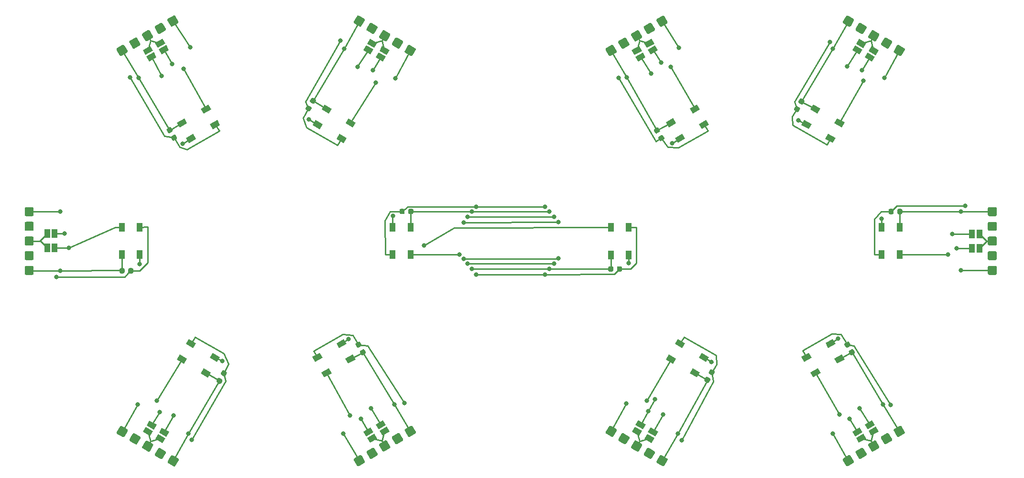
<source format=gbr>
%TF.GenerationSoftware,KiCad,Pcbnew,(5.1.9)-1*%
%TF.CreationDate,2021-06-09T00:59:48-05:00*%
%TF.ProjectId,neopixel_hexigons,6e656f70-6978-4656-9c5f-68657869676f,rev?*%
%TF.SameCoordinates,Original*%
%TF.FileFunction,Copper,L1,Top*%
%TF.FilePolarity,Positive*%
%FSLAX46Y46*%
G04 Gerber Fmt 4.6, Leading zero omitted, Abs format (unit mm)*
G04 Created by KiCad (PCBNEW (5.1.9)-1) date 2021-06-09 00:59:48*
%MOMM*%
%LPD*%
G01*
G04 APERTURE LIST*
%TA.AperFunction,SMDPad,CuDef*%
%ADD10C,0.100000*%
%TD*%
%TA.AperFunction,SMDPad,CuDef*%
%ADD11R,1.000000X1.500000*%
%TD*%
%TA.AperFunction,ViaPad*%
%ADD12C,0.800000*%
%TD*%
%TA.AperFunction,Conductor*%
%ADD13C,0.250000*%
%TD*%
G04 APERTURE END LIST*
%TA.AperFunction,SMDPad,CuDef*%
D10*
%TO.P,JP20,1*%
%TO.N,Net-(HS10-Pad1)*%
G36*
X83842859Y-132279226D02*
G01*
X82543821Y-131529226D01*
X83043821Y-130663200D01*
X84342859Y-131413200D01*
X83842859Y-132279226D01*
G37*
%TD.AperFunction*%
%TA.AperFunction,SMDPad,CuDef*%
%TO.P,JP20,2*%
%TO.N,Net-(D12-Pad2)*%
G36*
X84492859Y-131153392D02*
G01*
X83193821Y-130403392D01*
X83693821Y-129537366D01*
X84992859Y-130287366D01*
X84492859Y-131153392D01*
G37*
%TD.AperFunction*%
%TD*%
%TO.P,HP19,1*%
%TO.N,+5V*%
%TA.AperFunction,ComponentPad*%
G36*
G01*
X88872207Y-136622138D02*
X88322207Y-137574766D01*
G75*
G02*
X87980701Y-137666272I-216506J125000D01*
G01*
X87028073Y-137116272D01*
G75*
G02*
X86936567Y-136774766I125000J216506D01*
G01*
X87486567Y-135822138D01*
G75*
G02*
X87828073Y-135730632I216506J-125000D01*
G01*
X88780701Y-136280632D01*
G75*
G02*
X88872207Y-136622138I-125000J-216506D01*
G01*
G37*
%TD.AperFunction*%
%TD*%
%TA.AperFunction,SMDPad,CuDef*%
%TO.P,JP18,2*%
%TO.N,Net-(D12-Pad2)*%
G36*
X123385528Y-131633618D02*
G01*
X122086490Y-132383618D01*
X121586490Y-131517592D01*
X122885528Y-130767592D01*
X123385528Y-131633618D01*
G37*
%TD.AperFunction*%
%TA.AperFunction,SMDPad,CuDef*%
%TO.P,JP18,1*%
%TO.N,Net-(HS9-Pad1)*%
G36*
X124035528Y-132759452D02*
G01*
X122736490Y-133509452D01*
X122236490Y-132643426D01*
X123535528Y-131893426D01*
X124035528Y-132759452D01*
G37*
%TD.AperFunction*%
%TD*%
%TO.P,HG19,1*%
%TO.N,GND*%
%TA.AperFunction,ComponentPad*%
G36*
G01*
X86617510Y-135320388D02*
X86067510Y-136273016D01*
G75*
G02*
X85726004Y-136364522I-216506J125000D01*
G01*
X84773376Y-135814522D01*
G75*
G02*
X84681870Y-135473016I125000J216506D01*
G01*
X85231870Y-134520388D01*
G75*
G02*
X85573376Y-134428882I216506J-125000D01*
G01*
X86526004Y-134978882D01*
G75*
G02*
X86617510Y-135320388I-125000J-216506D01*
G01*
G37*
%TD.AperFunction*%
%TD*%
%TO.P,HG20,1*%
%TO.N,GND*%
%TA.AperFunction,ComponentPad*%
G36*
G01*
X82108116Y-132716889D02*
X81558116Y-133669517D01*
G75*
G02*
X81216610Y-133761023I-216506J125000D01*
G01*
X80263982Y-133211023D01*
G75*
G02*
X80172476Y-132869517I125000J216506D01*
G01*
X80722476Y-131916889D01*
G75*
G02*
X81063982Y-131825383I216506J-125000D01*
G01*
X82016610Y-132375383D01*
G75*
G02*
X82108116Y-132716889I-125000J-216506D01*
G01*
G37*
%TD.AperFunction*%
%TD*%
%TO.P,HP20,1*%
%TO.N,+5V*%
%TA.AperFunction,ComponentPad*%
G36*
G01*
X79853418Y-131415139D02*
X79303418Y-132367767D01*
G75*
G02*
X78961912Y-132459273I-216506J125000D01*
G01*
X78009284Y-131909273D01*
G75*
G02*
X77917778Y-131567767I125000J216506D01*
G01*
X78467778Y-130615139D01*
G75*
G02*
X78809284Y-130523633I216506J-125000D01*
G01*
X79761912Y-131073633D01*
G75*
G02*
X79853418Y-131415139I-125000J-216506D01*
G01*
G37*
%TD.AperFunction*%
%TD*%
%TO.P,HG17,1*%
%TO.N,GND*%
%TA.AperFunction,ComponentPad*%
G36*
G01*
X128056578Y-131877117D02*
X128606578Y-132829745D01*
G75*
G02*
X128515072Y-133171251I-216506J-125000D01*
G01*
X127562444Y-133721251D01*
G75*
G02*
X127220938Y-133629745I-125000J216506D01*
G01*
X126670938Y-132677117D01*
G75*
G02*
X126762444Y-132335611I216506J125000D01*
G01*
X127715072Y-131785611D01*
G75*
G02*
X128056578Y-131877117I125000J-216506D01*
G01*
G37*
%TD.AperFunction*%
%TD*%
%TO.P,HG18,1*%
%TO.N,GND*%
%TA.AperFunction,ComponentPad*%
G36*
G01*
X123547184Y-134480618D02*
X124097184Y-135433246D01*
G75*
G02*
X124005678Y-135774752I-216506J-125000D01*
G01*
X123053050Y-136324752D01*
G75*
G02*
X122711544Y-136233246I-125000J216506D01*
G01*
X122161544Y-135280618D01*
G75*
G02*
X122253050Y-134939112I216506J125000D01*
G01*
X123205678Y-134389112D01*
G75*
G02*
X123547184Y-134480618I125000J-216506D01*
G01*
G37*
%TD.AperFunction*%
%TD*%
%TO.P,HS10,1*%
%TO.N,Net-(HS10-Pad1)*%
%TA.AperFunction,ComponentPad*%
G36*
G01*
X84362813Y-134018639D02*
X83812813Y-134971267D01*
G75*
G02*
X83471307Y-135062773I-216506J125000D01*
G01*
X82518679Y-134512773D01*
G75*
G02*
X82427173Y-134171267I125000J216506D01*
G01*
X82977173Y-133218639D01*
G75*
G02*
X83318679Y-133127133I216506J-125000D01*
G01*
X84271307Y-133677133D01*
G75*
G02*
X84362813Y-134018639I-125000J-216506D01*
G01*
G37*
%TD.AperFunction*%
%TD*%
%TO.P,HP17,1*%
%TO.N,+5V*%
%TA.AperFunction,ComponentPad*%
G36*
G01*
X130311275Y-130575366D02*
X130861275Y-131527994D01*
G75*
G02*
X130769769Y-131869500I-216506J-125000D01*
G01*
X129817141Y-132419500D01*
G75*
G02*
X129475635Y-132327994I-125000J216506D01*
G01*
X128925635Y-131375366D01*
G75*
G02*
X129017141Y-131033860I216506J125000D01*
G01*
X129969769Y-130483860D01*
G75*
G02*
X130311275Y-130575366I125000J-216506D01*
G01*
G37*
%TD.AperFunction*%
%TD*%
%TO.P,HP18,1*%
%TO.N,+5V*%
%TA.AperFunction,ComponentPad*%
G36*
G01*
X121292487Y-135782368D02*
X121842487Y-136734996D01*
G75*
G02*
X121750981Y-137076502I-216506J-125000D01*
G01*
X120798353Y-137626502D01*
G75*
G02*
X120456847Y-137534996I-125000J216506D01*
G01*
X119906847Y-136582368D01*
G75*
G02*
X119998353Y-136240862I216506J125000D01*
G01*
X120950981Y-135690862D01*
G75*
G02*
X121292487Y-135782368I125000J-216506D01*
G01*
G37*
%TD.AperFunction*%
%TD*%
%TA.AperFunction,SMDPad,CuDef*%
%TO.P,JP19,1*%
%TO.N,Net-(HS10-Pad1)*%
G36*
X86042563Y-133549225D02*
G01*
X84743525Y-132799225D01*
X85243525Y-131933199D01*
X86542563Y-132683199D01*
X86042563Y-133549225D01*
G37*
%TD.AperFunction*%
%TA.AperFunction,SMDPad,CuDef*%
%TO.P,JP19,2*%
%TO.N,Net-(D1-Pad4)*%
G36*
X86692563Y-132423391D02*
G01*
X85393525Y-131673391D01*
X85893525Y-130807365D01*
X87192563Y-131557365D01*
X86692563Y-132423391D01*
G37*
%TD.AperFunction*%
%TD*%
%TO.P,HS9,1*%
%TO.N,Net-(HS9-Pad1)*%
%TA.AperFunction,ComponentPad*%
G36*
G01*
X125801881Y-133178868D02*
X126351881Y-134131496D01*
G75*
G02*
X126260375Y-134473002I-216506J-125000D01*
G01*
X125307747Y-135023002D01*
G75*
G02*
X124966241Y-134931496I-125000J216506D01*
G01*
X124416241Y-133978868D01*
G75*
G02*
X124507747Y-133637362I216506J125000D01*
G01*
X125460375Y-133087362D01*
G75*
G02*
X125801881Y-133178868I125000J-216506D01*
G01*
G37*
%TD.AperFunction*%
%TD*%
%TA.AperFunction,SMDPad,CuDef*%
%TO.P,JP17,2*%
%TO.N,Net-(D1-Pad4)*%
G36*
X125585233Y-130363620D02*
G01*
X124286195Y-131113620D01*
X123786195Y-130247594D01*
X125085233Y-129497594D01*
X125585233Y-130363620D01*
G37*
%TD.AperFunction*%
%TA.AperFunction,SMDPad,CuDef*%
%TO.P,JP17,1*%
%TO.N,Net-(HS9-Pad1)*%
G36*
X126235233Y-131489454D02*
G01*
X124936195Y-132239454D01*
X124436195Y-131373428D01*
X125735233Y-130623428D01*
X126235233Y-131489454D01*
G37*
%TD.AperFunction*%
%TD*%
%TA.AperFunction,SMDPad,CuDef*%
%TO.P,JP16,2*%
%TO.N,Net-(D12-Pad2)*%
G36*
X171087633Y-131128236D02*
G01*
X169788595Y-130378236D01*
X170288595Y-129512210D01*
X171587633Y-130262210D01*
X171087633Y-131128236D01*
G37*
%TD.AperFunction*%
%TA.AperFunction,SMDPad,CuDef*%
%TO.P,JP16,1*%
%TO.N,Net-(HS8-Pad1)*%
G36*
X170437633Y-132254070D02*
G01*
X169138595Y-131504070D01*
X169638595Y-130638044D01*
X170937633Y-131388044D01*
X170437633Y-132254070D01*
G37*
%TD.AperFunction*%
%TD*%
%TO.P,HG15,1*%
%TO.N,GND*%
%TA.AperFunction,ComponentPad*%
G36*
G01*
X173212284Y-135295233D02*
X172662284Y-136247861D01*
G75*
G02*
X172320778Y-136339367I-216506J125000D01*
G01*
X171368150Y-135789367D01*
G75*
G02*
X171276644Y-135447861I125000J216506D01*
G01*
X171826644Y-134495233D01*
G75*
G02*
X172168150Y-134403727I216506J-125000D01*
G01*
X173120778Y-134953727D01*
G75*
G02*
X173212284Y-135295233I-125000J-216506D01*
G01*
G37*
%TD.AperFunction*%
%TD*%
%TO.P,HG16,1*%
%TO.N,GND*%
%TA.AperFunction,ComponentPad*%
G36*
G01*
X168702889Y-132691733D02*
X168152889Y-133644361D01*
G75*
G02*
X167811383Y-133735867I-216506J125000D01*
G01*
X166858755Y-133185867D01*
G75*
G02*
X166767249Y-132844361I125000J216506D01*
G01*
X167317249Y-131891733D01*
G75*
G02*
X167658755Y-131800227I216506J-125000D01*
G01*
X168611383Y-132350227D01*
G75*
G02*
X168702889Y-132691733I-125000J-216506D01*
G01*
G37*
%TD.AperFunction*%
%TD*%
%TO.P,HP15,1*%
%TO.N,+5V*%
%TA.AperFunction,ComponentPad*%
G36*
G01*
X175466980Y-136596982D02*
X174916980Y-137549610D01*
G75*
G02*
X174575474Y-137641116I-216506J125000D01*
G01*
X173622846Y-137091116D01*
G75*
G02*
X173531340Y-136749610I125000J216506D01*
G01*
X174081340Y-135796982D01*
G75*
G02*
X174422846Y-135705476I216506J-125000D01*
G01*
X175375474Y-136255476D01*
G75*
G02*
X175466980Y-136596982I-125000J-216506D01*
G01*
G37*
%TD.AperFunction*%
%TD*%
%TO.P,HP16,1*%
%TO.N,+5V*%
%TA.AperFunction,ComponentPad*%
G36*
G01*
X166448192Y-131389983D02*
X165898192Y-132342611D01*
G75*
G02*
X165556686Y-132434117I-216506J125000D01*
G01*
X164604058Y-131884117D01*
G75*
G02*
X164512552Y-131542611I125000J216506D01*
G01*
X165062552Y-130589983D01*
G75*
G02*
X165404058Y-130498477I216506J-125000D01*
G01*
X166356686Y-131048477D01*
G75*
G02*
X166448192Y-131389983I-125000J-216506D01*
G01*
G37*
%TD.AperFunction*%
%TD*%
%TO.P,HS8,1*%
%TO.N,Net-(HS8-Pad1)*%
%TA.AperFunction,ComponentPad*%
G36*
G01*
X170957586Y-133993483D02*
X170407586Y-134946111D01*
G75*
G02*
X170066080Y-135037617I-216506J125000D01*
G01*
X169113452Y-134487617D01*
G75*
G02*
X169021946Y-134146111I125000J216506D01*
G01*
X169571946Y-133193483D01*
G75*
G02*
X169913452Y-133101977I216506J-125000D01*
G01*
X170866080Y-133651977D01*
G75*
G02*
X170957586Y-133993483I-125000J-216506D01*
G01*
G37*
%TD.AperFunction*%
%TD*%
%TA.AperFunction,SMDPad,CuDef*%
%TO.P,JP15,2*%
%TO.N,Net-(D1-Pad4)*%
G36*
X173287336Y-132398236D02*
G01*
X171988298Y-131648236D01*
X172488298Y-130782210D01*
X173787336Y-131532210D01*
X173287336Y-132398236D01*
G37*
%TD.AperFunction*%
%TA.AperFunction,SMDPad,CuDef*%
%TO.P,JP15,1*%
%TO.N,Net-(HS8-Pad1)*%
G36*
X172637336Y-133524070D02*
G01*
X171338298Y-132774070D01*
X171838298Y-131908044D01*
X173137336Y-132658044D01*
X172637336Y-133524070D01*
G37*
%TD.AperFunction*%
%TD*%
%TO.P,HG13,1*%
%TO.N,GND*%
%TA.AperFunction,ComponentPad*%
G36*
G01*
X214661743Y-131879056D02*
X215211743Y-132831684D01*
G75*
G02*
X215120237Y-133173190I-216506J-125000D01*
G01*
X214167609Y-133723190D01*
G75*
G02*
X213826103Y-133631684I-125000J216506D01*
G01*
X213276103Y-132679056D01*
G75*
G02*
X213367609Y-132337550I216506J125000D01*
G01*
X214320237Y-131787550D01*
G75*
G02*
X214661743Y-131879056I125000J-216506D01*
G01*
G37*
%TD.AperFunction*%
%TD*%
%TO.P,HP13,1*%
%TO.N,+5V*%
%TA.AperFunction,ComponentPad*%
G36*
G01*
X216916440Y-130577306D02*
X217466440Y-131529934D01*
G75*
G02*
X217374934Y-131871440I-216506J-125000D01*
G01*
X216422306Y-132421440D01*
G75*
G02*
X216080800Y-132329934I-125000J216506D01*
G01*
X215530800Y-131377306D01*
G75*
G02*
X215622306Y-131035800I216506J125000D01*
G01*
X216574934Y-130485800D01*
G75*
G02*
X216916440Y-130577306I125000J-216506D01*
G01*
G37*
%TD.AperFunction*%
%TD*%
%TO.P,HG14,1*%
%TO.N,GND*%
%TA.AperFunction,ComponentPad*%
G36*
G01*
X210152350Y-134482556D02*
X210702350Y-135435184D01*
G75*
G02*
X210610844Y-135776690I-216506J-125000D01*
G01*
X209658216Y-136326690D01*
G75*
G02*
X209316710Y-136235184I-125000J216506D01*
G01*
X208766710Y-135282556D01*
G75*
G02*
X208858216Y-134941050I216506J125000D01*
G01*
X209810844Y-134391050D01*
G75*
G02*
X210152350Y-134482556I125000J-216506D01*
G01*
G37*
%TD.AperFunction*%
%TD*%
%TO.P,HP14,1*%
%TO.N,+5V*%
%TA.AperFunction,ComponentPad*%
G36*
G01*
X207897652Y-135784307D02*
X208447652Y-136736935D01*
G75*
G02*
X208356146Y-137078441I-216506J-125000D01*
G01*
X207403518Y-137628441D01*
G75*
G02*
X207062012Y-137536935I-125000J216506D01*
G01*
X206512012Y-136584307D01*
G75*
G02*
X206603518Y-136242801I216506J125000D01*
G01*
X207556146Y-135692801D01*
G75*
G02*
X207897652Y-135784307I125000J-216506D01*
G01*
G37*
%TD.AperFunction*%
%TD*%
%TA.AperFunction,SMDPad,CuDef*%
%TO.P,JP14,1*%
%TO.N,Net-(HS7-Pad1)*%
G36*
X210640694Y-132761394D02*
G01*
X209341656Y-133511394D01*
X208841656Y-132645368D01*
X210140694Y-131895368D01*
X210640694Y-132761394D01*
G37*
%TD.AperFunction*%
%TA.AperFunction,SMDPad,CuDef*%
%TO.P,JP14,2*%
%TO.N,Net-(D12-Pad2)*%
G36*
X209990694Y-131635560D02*
G01*
X208691656Y-132385560D01*
X208191656Y-131519534D01*
X209490694Y-130769534D01*
X209990694Y-131635560D01*
G37*
%TD.AperFunction*%
%TD*%
%TO.P,HS7,1*%
%TO.N,Net-(HS7-Pad1)*%
%TA.AperFunction,ComponentPad*%
G36*
G01*
X212407047Y-133180807D02*
X212957047Y-134133435D01*
G75*
G02*
X212865541Y-134474941I-216506J-125000D01*
G01*
X211912913Y-135024941D01*
G75*
G02*
X211571407Y-134933435I-125000J216506D01*
G01*
X211021407Y-133980807D01*
G75*
G02*
X211112913Y-133639301I216506J125000D01*
G01*
X212065541Y-133089301D01*
G75*
G02*
X212407047Y-133180807I125000J-216506D01*
G01*
G37*
%TD.AperFunction*%
%TD*%
%TA.AperFunction,SMDPad,CuDef*%
%TO.P,JP13,1*%
%TO.N,Net-(HS7-Pad1)*%
G36*
X212840397Y-131491394D02*
G01*
X211541359Y-132241394D01*
X211041359Y-131375368D01*
X212340397Y-130625368D01*
X212840397Y-131491394D01*
G37*
%TD.AperFunction*%
%TA.AperFunction,SMDPad,CuDef*%
%TO.P,JP13,2*%
%TO.N,Net-(D1-Pad4)*%
G36*
X212190397Y-130365560D02*
G01*
X210891359Y-131115560D01*
X210391359Y-130249534D01*
X211690397Y-129499534D01*
X212190397Y-130365560D01*
G37*
%TD.AperFunction*%
%TD*%
%TO.P,C7,2*%
%TO.N,GND*%
%TA.AperFunction,SMDPad,CuDef*%
G36*
G01*
X166504500Y-102916800D02*
X166504500Y-102416800D01*
G75*
G02*
X166729500Y-102191800I225000J0D01*
G01*
X167179500Y-102191800D01*
G75*
G02*
X167404500Y-102416800I0J-225000D01*
G01*
X167404500Y-102916800D01*
G75*
G02*
X167179500Y-103141800I-225000J0D01*
G01*
X166729500Y-103141800D01*
G75*
G02*
X166504500Y-102916800I0J225000D01*
G01*
G37*
%TD.AperFunction*%
%TO.P,C7,1*%
%TO.N,+5V*%
%TA.AperFunction,SMDPad,CuDef*%
G36*
G01*
X164954500Y-102916800D02*
X164954500Y-102416800D01*
G75*
G02*
X165179500Y-102191800I225000J0D01*
G01*
X165629500Y-102191800D01*
G75*
G02*
X165854500Y-102416800I0J-225000D01*
G01*
X165854500Y-102916800D01*
G75*
G02*
X165629500Y-103141800I-225000J0D01*
G01*
X165179500Y-103141800D01*
G75*
G02*
X164954500Y-102916800I0J225000D01*
G01*
G37*
%TD.AperFunction*%
%TD*%
%TO.P,HS4,1*%
%TO.N,Net-(HS4-Pad1)*%
%TA.AperFunction,ComponentPad*%
G36*
G01*
X169558981Y-62205657D02*
X169008981Y-61253029D01*
G75*
G02*
X169100487Y-60911523I216506J125000D01*
G01*
X170053115Y-60361523D01*
G75*
G02*
X170394621Y-60453029I125000J-216506D01*
G01*
X170944621Y-61405657D01*
G75*
G02*
X170853115Y-61747163I-216506J-125000D01*
G01*
X169900487Y-62297163D01*
G75*
G02*
X169558981Y-62205657I-125000J216506D01*
G01*
G37*
%TD.AperFunction*%
%TD*%
%TA.AperFunction,SMDPad,CuDef*%
%TO.P,JP8,1*%
%TO.N,Net-(HS4-Pad1)*%
G36*
X171325334Y-62625070D02*
G01*
X172624372Y-61875070D01*
X173124372Y-62741096D01*
X171825334Y-63491096D01*
X171325334Y-62625070D01*
G37*
%TD.AperFunction*%
%TA.AperFunction,SMDPad,CuDef*%
%TO.P,JP8,2*%
%TO.N,Net-(D12-Pad2)*%
G36*
X171975334Y-63750904D02*
G01*
X173274372Y-63000904D01*
X173774372Y-63866930D01*
X172475334Y-64616930D01*
X171975334Y-63750904D01*
G37*
%TD.AperFunction*%
%TD*%
%TA.AperFunction,SMDPad,CuDef*%
%TO.P,JP7,1*%
%TO.N,Net-(HS4-Pad1)*%
G36*
X169125629Y-63895070D02*
G01*
X170424667Y-63145070D01*
X170924667Y-64011096D01*
X169625629Y-64761096D01*
X169125629Y-63895070D01*
G37*
%TD.AperFunction*%
%TA.AperFunction,SMDPad,CuDef*%
%TO.P,JP7,2*%
%TO.N,Net-(D1-Pad4)*%
G36*
X169775629Y-65020904D02*
G01*
X171074667Y-64270904D01*
X171574667Y-65136930D01*
X170275629Y-65886930D01*
X169775629Y-65020904D01*
G37*
%TD.AperFunction*%
%TD*%
%TO.P,HP7,1*%
%TO.N,+5V*%
%TA.AperFunction,ComponentPad*%
G36*
G01*
X165049586Y-64809157D02*
X164499586Y-63856529D01*
G75*
G02*
X164591092Y-63515023I216506J125000D01*
G01*
X165543720Y-62965023D01*
G75*
G02*
X165885226Y-63056529I125000J-216506D01*
G01*
X166435226Y-64009157D01*
G75*
G02*
X166343720Y-64350663I-216506J-125000D01*
G01*
X165391092Y-64900663D01*
G75*
G02*
X165049586Y-64809157I-125000J216506D01*
G01*
G37*
%TD.AperFunction*%
%TD*%
%TO.P,HG7,1*%
%TO.N,GND*%
%TA.AperFunction,ComponentPad*%
G36*
G01*
X167304283Y-63507407D02*
X166754283Y-62554779D01*
G75*
G02*
X166845789Y-62213273I216506J125000D01*
G01*
X167798417Y-61663273D01*
G75*
G02*
X168139923Y-61754779I125000J-216506D01*
G01*
X168689923Y-62707407D01*
G75*
G02*
X168598417Y-63048913I-216506J-125000D01*
G01*
X167645789Y-63598913D01*
G75*
G02*
X167304283Y-63507407I-125000J216506D01*
G01*
G37*
%TD.AperFunction*%
%TD*%
%TO.P,HP8,1*%
%TO.N,+5V*%
%TA.AperFunction,ComponentPad*%
G36*
G01*
X174068375Y-59602157D02*
X173518375Y-58649529D01*
G75*
G02*
X173609881Y-58308023I216506J125000D01*
G01*
X174562509Y-57758023D01*
G75*
G02*
X174904015Y-57849529I125000J-216506D01*
G01*
X175454015Y-58802157D01*
G75*
G02*
X175362509Y-59143663I-216506J-125000D01*
G01*
X174409881Y-59693663D01*
G75*
G02*
X174068375Y-59602157I-125000J216506D01*
G01*
G37*
%TD.AperFunction*%
%TD*%
%TO.P,HG8,1*%
%TO.N,GND*%
%TA.AperFunction,ComponentPad*%
G36*
G01*
X171813678Y-60903907D02*
X171263678Y-59951279D01*
G75*
G02*
X171355184Y-59609773I216506J125000D01*
G01*
X172307812Y-59059773D01*
G75*
G02*
X172649318Y-59151279I125000J-216506D01*
G01*
X173199318Y-60103907D01*
G75*
G02*
X173107812Y-60445413I-216506J-125000D01*
G01*
X172155184Y-60995413D01*
G75*
G02*
X171813678Y-60903907I-125000J216506D01*
G01*
G37*
%TD.AperFunction*%
%TD*%
%TA.AperFunction,SMDPad,CuDef*%
%TO.P,D12,1*%
%TO.N,+5V*%
G36*
X181219751Y-121044390D02*
G01*
X180719751Y-121910416D01*
X179420713Y-121160416D01*
X179920713Y-120294390D01*
X181219751Y-121044390D01*
G37*
%TD.AperFunction*%
%TA.AperFunction,SMDPad,CuDef*%
%TO.P,D12,2*%
%TO.N,Net-(D12-Pad2)*%
G36*
X182819751Y-118273108D02*
G01*
X182319751Y-119139134D01*
X181020713Y-118389134D01*
X181520713Y-117523108D01*
X182819751Y-118273108D01*
G37*
%TD.AperFunction*%
%TA.AperFunction,SMDPad,CuDef*%
%TO.P,D12,4*%
%TO.N,Net-(D11-Pad2)*%
G36*
X176976227Y-118594390D02*
G01*
X176476227Y-119460416D01*
X175177189Y-118710416D01*
X175677189Y-117844390D01*
X176976227Y-118594390D01*
G37*
%TD.AperFunction*%
%TA.AperFunction,SMDPad,CuDef*%
%TO.P,D12,3*%
%TO.N,GND*%
G36*
X178576227Y-115823108D02*
G01*
X178076227Y-116689134D01*
X176777189Y-115939134D01*
X177277189Y-115073108D01*
X178576227Y-115823108D01*
G37*
%TD.AperFunction*%
%TD*%
%TA.AperFunction,SMDPad,CuDef*%
%TO.P,D11,1*%
%TO.N,+5V*%
G36*
X206319551Y-117833518D02*
G01*
X206819551Y-118699544D01*
X205520513Y-119449544D01*
X205020513Y-118583518D01*
X206319551Y-117833518D01*
G37*
%TD.AperFunction*%
%TA.AperFunction,SMDPad,CuDef*%
%TO.P,D11,2*%
%TO.N,Net-(D11-Pad2)*%
G36*
X204719551Y-115062236D02*
G01*
X205219551Y-115928262D01*
X203920513Y-116678262D01*
X203420513Y-115812236D01*
X204719551Y-115062236D01*
G37*
%TD.AperFunction*%
%TA.AperFunction,SMDPad,CuDef*%
%TO.P,D11,4*%
%TO.N,Net-(D10-Pad2)*%
G36*
X202076027Y-120283518D02*
G01*
X202576027Y-121149544D01*
X201276989Y-121899544D01*
X200776989Y-121033518D01*
X202076027Y-120283518D01*
G37*
%TD.AperFunction*%
%TA.AperFunction,SMDPad,CuDef*%
%TO.P,D11,3*%
%TO.N,GND*%
G36*
X200476027Y-117512236D02*
G01*
X200976027Y-118378262D01*
X199676989Y-119128262D01*
X199176989Y-118262236D01*
X200476027Y-117512236D01*
G37*
%TD.AperFunction*%
%TD*%
D11*
%TO.P,D10,1*%
%TO.N,+5V*%
X216597511Y-95245841D03*
%TO.P,D10,2*%
%TO.N,Net-(D10-Pad2)*%
X213397511Y-95245841D03*
%TO.P,D10,4*%
%TO.N,Net-(D10-Pad4)*%
X216597511Y-100145841D03*
%TO.P,D10,3*%
%TO.N,GND*%
X213397511Y-100145841D03*
%TD*%
%TA.AperFunction,SMDPad,CuDef*%
D10*
%TO.P,D9,1*%
%TO.N,+5V*%
G36*
X200762411Y-74359624D02*
G01*
X201262411Y-73493598D01*
X202561449Y-74243598D01*
X202061449Y-75109624D01*
X200762411Y-74359624D01*
G37*
%TD.AperFunction*%
%TA.AperFunction,SMDPad,CuDef*%
%TO.P,D9,2*%
%TO.N,Net-(D10-Pad4)*%
G36*
X199162411Y-77130906D02*
G01*
X199662411Y-76264880D01*
X200961449Y-77014880D01*
X200461449Y-77880906D01*
X199162411Y-77130906D01*
G37*
%TD.AperFunction*%
%TA.AperFunction,SMDPad,CuDef*%
%TO.P,D9,4*%
%TO.N,Net-(D8-Pad2)*%
G36*
X205005935Y-76809624D02*
G01*
X205505935Y-75943598D01*
X206804973Y-76693598D01*
X206304973Y-77559624D01*
X205005935Y-76809624D01*
G37*
%TD.AperFunction*%
%TA.AperFunction,SMDPad,CuDef*%
%TO.P,D9,3*%
%TO.N,GND*%
G36*
X203405935Y-79580906D02*
G01*
X203905935Y-78714880D01*
X205204973Y-79464880D01*
X204704973Y-80330906D01*
X203405935Y-79580906D01*
G37*
%TD.AperFunction*%
%TD*%
%TA.AperFunction,SMDPad,CuDef*%
%TO.P,D8,1*%
%TO.N,+5V*%
G36*
X175674426Y-77550562D02*
G01*
X175174426Y-76684536D01*
X176473464Y-75934536D01*
X176973464Y-76800562D01*
X175674426Y-77550562D01*
G37*
%TD.AperFunction*%
%TA.AperFunction,SMDPad,CuDef*%
%TO.P,D8,2*%
%TO.N,Net-(D8-Pad2)*%
G36*
X177274426Y-80321844D02*
G01*
X176774426Y-79455818D01*
X178073464Y-78705818D01*
X178573464Y-79571844D01*
X177274426Y-80321844D01*
G37*
%TD.AperFunction*%
%TA.AperFunction,SMDPad,CuDef*%
%TO.P,D8,4*%
%TO.N,Net-(D7-Pad2)*%
G36*
X179917950Y-75100562D02*
G01*
X179417950Y-74234536D01*
X180716988Y-73484536D01*
X181216988Y-74350562D01*
X179917950Y-75100562D01*
G37*
%TD.AperFunction*%
%TA.AperFunction,SMDPad,CuDef*%
%TO.P,D8,3*%
%TO.N,GND*%
G36*
X181517950Y-77871844D02*
G01*
X181017950Y-77005818D01*
X182316988Y-76255818D01*
X182816988Y-77121844D01*
X181517950Y-77871844D01*
G37*
%TD.AperFunction*%
%TD*%
D11*
%TO.P,D7,1*%
%TO.N,+5V*%
X165417920Y-100182401D03*
%TO.P,D7,2*%
%TO.N,Net-(D7-Pad2)*%
X168617920Y-100182401D03*
%TO.P,D7,4*%
%TO.N,Net-(D6-Pad2)*%
X165417920Y-95282401D03*
%TO.P,D7,3*%
%TO.N,GND*%
X168617920Y-95282401D03*
%TD*%
%TO.P,C12,2*%
%TO.N,GND*%
%TA.AperFunction,SMDPad,CuDef*%
G36*
G01*
X207762506Y-116344642D02*
X207329494Y-116594642D01*
G75*
G02*
X207022138Y-116512286I-112500J194856D01*
G01*
X206797138Y-116122574D01*
G75*
G02*
X206879494Y-115815218I194856J112500D01*
G01*
X207312506Y-115565218D01*
G75*
G02*
X207619862Y-115647574I112500J-194856D01*
G01*
X207844862Y-116037286D01*
G75*
G02*
X207762506Y-116344642I-194856J-112500D01*
G01*
G37*
%TD.AperFunction*%
%TO.P,C12,1*%
%TO.N,+5V*%
%TA.AperFunction,SMDPad,CuDef*%
G36*
G01*
X208537506Y-117686982D02*
X208104494Y-117936982D01*
G75*
G02*
X207797138Y-117854626I-112500J194856D01*
G01*
X207572138Y-117464914D01*
G75*
G02*
X207654494Y-117157558I194856J112500D01*
G01*
X208087506Y-116907558D01*
G75*
G02*
X208394862Y-116989914I112500J-194856D01*
G01*
X208619862Y-117379626D01*
G75*
G02*
X208537506Y-117686982I-194856J-112500D01*
G01*
G37*
%TD.AperFunction*%
%TD*%
%TO.P,C11,2*%
%TO.N,GND*%
%TA.AperFunction,SMDPad,CuDef*%
G36*
G01*
X183284406Y-121509542D02*
X182851394Y-121259542D01*
G75*
G02*
X182769038Y-120952186I112500J194856D01*
G01*
X182994038Y-120562474D01*
G75*
G02*
X183301394Y-120480118I194856J-112500D01*
G01*
X183734406Y-120730118D01*
G75*
G02*
X183816762Y-121037474I-112500J-194856D01*
G01*
X183591762Y-121427186D01*
G75*
G02*
X183284406Y-121509542I-194856J112500D01*
G01*
G37*
%TD.AperFunction*%
%TO.P,C11,1*%
%TO.N,+5V*%
%TA.AperFunction,SMDPad,CuDef*%
G36*
G01*
X182509406Y-122851882D02*
X182076394Y-122601882D01*
G75*
G02*
X181994038Y-122294526I112500J194856D01*
G01*
X182219038Y-121904814D01*
G75*
G02*
X182526394Y-121822458I194856J-112500D01*
G01*
X182959406Y-122072458D01*
G75*
G02*
X183041762Y-122379814I-112500J-194856D01*
G01*
X182816762Y-122769526D01*
G75*
G02*
X182509406Y-122851882I-194856J112500D01*
G01*
G37*
%TD.AperFunction*%
%TD*%
%TO.P,C10,2*%
%TO.N,GND*%
%TA.AperFunction,SMDPad,CuDef*%
G36*
G01*
X215498800Y-92244100D02*
X215498800Y-92744100D01*
G75*
G02*
X215273800Y-92969100I-225000J0D01*
G01*
X214823800Y-92969100D01*
G75*
G02*
X214598800Y-92744100I0J225000D01*
G01*
X214598800Y-92244100D01*
G75*
G02*
X214823800Y-92019100I225000J0D01*
G01*
X215273800Y-92019100D01*
G75*
G02*
X215498800Y-92244100I0J-225000D01*
G01*
G37*
%TD.AperFunction*%
%TO.P,C10,1*%
%TO.N,+5V*%
%TA.AperFunction,SMDPad,CuDef*%
G36*
G01*
X217048800Y-92244100D02*
X217048800Y-92744100D01*
G75*
G02*
X216823800Y-92969100I-225000J0D01*
G01*
X216373800Y-92969100D01*
G75*
G02*
X216148800Y-92744100I0J225000D01*
G01*
X216148800Y-92244100D01*
G75*
G02*
X216373800Y-92019100I225000J0D01*
G01*
X216823800Y-92019100D01*
G75*
G02*
X217048800Y-92244100I0J-225000D01*
G01*
G37*
%TD.AperFunction*%
%TD*%
%TO.P,C9,2*%
%TO.N,GND*%
%TA.AperFunction,SMDPad,CuDef*%
G36*
G01*
X198401394Y-73803758D02*
X198834406Y-74053758D01*
G75*
G02*
X198916762Y-74361114I-112500J-194856D01*
G01*
X198691762Y-74750826D01*
G75*
G02*
X198384406Y-74833182I-194856J112500D01*
G01*
X197951394Y-74583182D01*
G75*
G02*
X197869038Y-74275826I112500J194856D01*
G01*
X198094038Y-73886114D01*
G75*
G02*
X198401394Y-73803758I194856J-112500D01*
G01*
G37*
%TD.AperFunction*%
%TO.P,C9,1*%
%TO.N,+5V*%
%TA.AperFunction,SMDPad,CuDef*%
G36*
G01*
X199176394Y-72461418D02*
X199609406Y-72711418D01*
G75*
G02*
X199691762Y-73018774I-112500J-194856D01*
G01*
X199466762Y-73408486D01*
G75*
G02*
X199159406Y-73490842I-194856J112500D01*
G01*
X198726394Y-73240842D01*
G75*
G02*
X198644038Y-72933486I112500J194856D01*
G01*
X198869038Y-72543774D01*
G75*
G02*
X199176394Y-72461418I194856J-112500D01*
G01*
G37*
%TD.AperFunction*%
%TD*%
%TO.P,C8,2*%
%TO.N,GND*%
%TA.AperFunction,SMDPad,CuDef*%
G36*
G01*
X173923294Y-79209958D02*
X174356306Y-78959958D01*
G75*
G02*
X174663662Y-79042314I112500J-194856D01*
G01*
X174888662Y-79432026D01*
G75*
G02*
X174806306Y-79739382I-194856J-112500D01*
G01*
X174373294Y-79989382D01*
G75*
G02*
X174065938Y-79907026I-112500J194856D01*
G01*
X173840938Y-79517314D01*
G75*
G02*
X173923294Y-79209958I194856J112500D01*
G01*
G37*
%TD.AperFunction*%
%TO.P,C8,1*%
%TO.N,+5V*%
%TA.AperFunction,SMDPad,CuDef*%
G36*
G01*
X173148294Y-77867618D02*
X173581306Y-77617618D01*
G75*
G02*
X173888662Y-77699974I112500J-194856D01*
G01*
X174113662Y-78089686D01*
G75*
G02*
X174031306Y-78397042I-194856J-112500D01*
G01*
X173598294Y-78647042D01*
G75*
G02*
X173290938Y-78564686I-112500J194856D01*
G01*
X173065938Y-78174974D01*
G75*
G02*
X173148294Y-77867618I194856J112500D01*
G01*
G37*
%TD.AperFunction*%
%TD*%
%TO.P,HS6,1*%
%TO.N,Net-(HS6-Pad1)*%
%TA.AperFunction,ComponentPad*%
G36*
G01*
X232426348Y-96916646D02*
X233526348Y-96916646D01*
G75*
G02*
X233776348Y-97166646I0J-250000D01*
G01*
X233776348Y-98266646D01*
G75*
G02*
X233526348Y-98516646I-250000J0D01*
G01*
X232426348Y-98516646D01*
G75*
G02*
X232176348Y-98266646I0J250000D01*
G01*
X232176348Y-97166646D01*
G75*
G02*
X232426348Y-96916646I250000J0D01*
G01*
G37*
%TD.AperFunction*%
%TD*%
%TO.P,JP12,2*%
%TO.N,Net-(D12-Pad2)*%
X229379948Y-98986646D03*
%TO.P,JP12,1*%
%TO.N,Net-(HS6-Pad1)*%
X230679948Y-98986646D03*
%TD*%
%TO.P,JP11,2*%
%TO.N,Net-(D1-Pad4)*%
X229379948Y-96446647D03*
%TO.P,JP11,1*%
%TO.N,Net-(HS6-Pad1)*%
X230679948Y-96446647D03*
%TD*%
%TO.P,HS5,1*%
%TO.N,Net-(HS5-Pad1)*%
%TA.AperFunction,ComponentPad*%
G36*
G01*
X211030174Y-61407432D02*
X211580174Y-60454804D01*
G75*
G02*
X211921680Y-60363298I216506J-125000D01*
G01*
X212874308Y-60913298D01*
G75*
G02*
X212965814Y-61254804I-125000J-216506D01*
G01*
X212415814Y-62207432D01*
G75*
G02*
X212074308Y-62298938I-216506J125000D01*
G01*
X211121680Y-61748938D01*
G75*
G02*
X211030174Y-61407432I125000J216506D01*
G01*
G37*
%TD.AperFunction*%
%TD*%
%TA.AperFunction,SMDPad,CuDef*%
D10*
%TO.P,JP10,2*%
%TO.N,Net-(D12-Pad2)*%
G36*
X210900127Y-64272680D02*
G01*
X212199165Y-65022680D01*
X211699165Y-65888706D01*
X210400127Y-65138706D01*
X210900127Y-64272680D01*
G37*
%TD.AperFunction*%
%TA.AperFunction,SMDPad,CuDef*%
%TO.P,JP10,1*%
%TO.N,Net-(HS5-Pad1)*%
G36*
X211550127Y-63146846D02*
G01*
X212849165Y-63896846D01*
X212349165Y-64762872D01*
X211050127Y-64012872D01*
X211550127Y-63146846D01*
G37*
%TD.AperFunction*%
%TD*%
%TA.AperFunction,SMDPad,CuDef*%
%TO.P,JP9,2*%
%TO.N,Net-(D1-Pad4)*%
G36*
X208700423Y-63002680D02*
G01*
X209999461Y-63752680D01*
X209499461Y-64618706D01*
X208200423Y-63868706D01*
X208700423Y-63002680D01*
G37*
%TD.AperFunction*%
%TA.AperFunction,SMDPad,CuDef*%
%TO.P,JP9,1*%
%TO.N,Net-(HS5-Pad1)*%
G36*
X209350423Y-61876846D02*
G01*
X210649461Y-62626846D01*
X210149461Y-63492872D01*
X208850423Y-62742872D01*
X209350423Y-61876846D01*
G37*
%TD.AperFunction*%
%TD*%
%TO.P,HS3,1*%
%TO.N,Net-(HS3-Pad1)*%
%TA.AperFunction,ComponentPad*%
G36*
G01*
X124409962Y-61398112D02*
X124959962Y-60445484D01*
G75*
G02*
X125301468Y-60353978I216506J-125000D01*
G01*
X126254096Y-60903978D01*
G75*
G02*
X126345602Y-61245484I-125000J-216506D01*
G01*
X125795602Y-62198112D01*
G75*
G02*
X125454096Y-62289618I-216506J125000D01*
G01*
X124501468Y-61739618D01*
G75*
G02*
X124409962Y-61398112I125000J216506D01*
G01*
G37*
%TD.AperFunction*%
%TD*%
%TA.AperFunction,SMDPad,CuDef*%
%TO.P,JP6,2*%
%TO.N,Net-(D12-Pad2)*%
G36*
X124279915Y-64263359D02*
G01*
X125578953Y-65013359D01*
X125078953Y-65879385D01*
X123779915Y-65129385D01*
X124279915Y-64263359D01*
G37*
%TD.AperFunction*%
%TA.AperFunction,SMDPad,CuDef*%
%TO.P,JP6,1*%
%TO.N,Net-(HS3-Pad1)*%
G36*
X124929915Y-63137525D02*
G01*
X126228953Y-63887525D01*
X125728953Y-64753551D01*
X124429915Y-64003551D01*
X124929915Y-63137525D01*
G37*
%TD.AperFunction*%
%TD*%
%TA.AperFunction,SMDPad,CuDef*%
%TO.P,JP5,2*%
%TO.N,Net-(D1-Pad4)*%
G36*
X122080211Y-62993359D02*
G01*
X123379249Y-63743359D01*
X122879249Y-64609385D01*
X121580211Y-63859385D01*
X122080211Y-62993359D01*
G37*
%TD.AperFunction*%
%TA.AperFunction,SMDPad,CuDef*%
%TO.P,JP5,1*%
%TO.N,Net-(HS3-Pad1)*%
G36*
X122730211Y-61867525D02*
G01*
X124029249Y-62617525D01*
X123529249Y-63483551D01*
X122230211Y-62733551D01*
X122730211Y-61867525D01*
G37*
%TD.AperFunction*%
%TD*%
%TO.P,HS2,1*%
%TO.N,Net-(HS2-Pad1)*%
%TA.AperFunction,ComponentPad*%
G36*
G01*
X82946646Y-62185412D02*
X82396646Y-61232784D01*
G75*
G02*
X82488152Y-60891278I216506J125000D01*
G01*
X83440780Y-60341278D01*
G75*
G02*
X83782286Y-60432784I125000J-216506D01*
G01*
X84332286Y-61385412D01*
G75*
G02*
X84240780Y-61726918I-216506J-125000D01*
G01*
X83288152Y-62276918D01*
G75*
G02*
X82946646Y-62185412I-125000J216506D01*
G01*
G37*
%TD.AperFunction*%
%TD*%
%TA.AperFunction,SMDPad,CuDef*%
%TO.P,JP4,2*%
%TO.N,Net-(D12-Pad2)*%
G36*
X85362999Y-63730659D02*
G01*
X86662037Y-62980659D01*
X87162037Y-63846685D01*
X85862999Y-64596685D01*
X85362999Y-63730659D01*
G37*
%TD.AperFunction*%
%TA.AperFunction,SMDPad,CuDef*%
%TO.P,JP4,1*%
%TO.N,Net-(HS2-Pad1)*%
G36*
X84712999Y-62604825D02*
G01*
X86012037Y-61854825D01*
X86512037Y-62720851D01*
X85212999Y-63470851D01*
X84712999Y-62604825D01*
G37*
%TD.AperFunction*%
%TD*%
%TA.AperFunction,SMDPad,CuDef*%
%TO.P,JP3,2*%
%TO.N,Net-(D1-Pad4)*%
G36*
X83163295Y-65000659D02*
G01*
X84462333Y-64250659D01*
X84962333Y-65116685D01*
X83663295Y-65866685D01*
X83163295Y-65000659D01*
G37*
%TD.AperFunction*%
%TA.AperFunction,SMDPad,CuDef*%
%TO.P,JP3,1*%
%TO.N,Net-(HS2-Pad1)*%
G36*
X82513295Y-63874825D02*
G01*
X83812333Y-63124825D01*
X84312333Y-63990851D01*
X83013295Y-64740851D01*
X82513295Y-63874825D01*
G37*
%TD.AperFunction*%
%TD*%
%TA.AperFunction,SMDPad,CuDef*%
%TO.P,D6,3*%
%TO.N,GND*%
G36*
X91967067Y-115826237D02*
G01*
X91467067Y-116692263D01*
X90168029Y-115942263D01*
X90668029Y-115076237D01*
X91967067Y-115826237D01*
G37*
%TD.AperFunction*%
%TA.AperFunction,SMDPad,CuDef*%
%TO.P,D6,4*%
%TO.N,Net-(D5-Pad2)*%
G36*
X90367067Y-118597519D02*
G01*
X89867067Y-119463545D01*
X88568029Y-118713545D01*
X89068029Y-117847519D01*
X90367067Y-118597519D01*
G37*
%TD.AperFunction*%
%TA.AperFunction,SMDPad,CuDef*%
%TO.P,D6,2*%
%TO.N,Net-(D6-Pad2)*%
G36*
X96210591Y-118276237D02*
G01*
X95710591Y-119142263D01*
X94411553Y-118392263D01*
X94911553Y-117526237D01*
X96210591Y-118276237D01*
G37*
%TD.AperFunction*%
%TA.AperFunction,SMDPad,CuDef*%
%TO.P,D6,1*%
%TO.N,+5V*%
G36*
X94610591Y-121047519D02*
G01*
X94110591Y-121913545D01*
X92811553Y-121163545D01*
X93311553Y-120297519D01*
X94610591Y-121047519D01*
G37*
%TD.AperFunction*%
%TD*%
D11*
%TO.P,D1,1*%
%TO.N,+5V*%
X78803500Y-100152200D03*
%TO.P,D1,2*%
%TO.N,Net-(D1-Pad2)*%
X82003500Y-100152200D03*
%TO.P,D1,4*%
%TO.N,Net-(D1-Pad4)*%
X78803500Y-95252200D03*
%TO.P,D1,3*%
%TO.N,GND*%
X82003500Y-95252200D03*
%TD*%
%TO.P,C1,2*%
%TO.N,GND*%
%TA.AperFunction,SMDPad,CuDef*%
G36*
G01*
X79954000Y-103247000D02*
X79954000Y-102747000D01*
G75*
G02*
X80179000Y-102522000I225000J0D01*
G01*
X80629000Y-102522000D01*
G75*
G02*
X80854000Y-102747000I0J-225000D01*
G01*
X80854000Y-103247000D01*
G75*
G02*
X80629000Y-103472000I-225000J0D01*
G01*
X80179000Y-103472000D01*
G75*
G02*
X79954000Y-103247000I0J225000D01*
G01*
G37*
%TD.AperFunction*%
%TO.P,C1,1*%
%TO.N,+5V*%
%TA.AperFunction,SMDPad,CuDef*%
G36*
G01*
X78404000Y-103247000D02*
X78404000Y-102747000D01*
G75*
G02*
X78629000Y-102522000I225000J0D01*
G01*
X79079000Y-102522000D01*
G75*
G02*
X79304000Y-102747000I0J-225000D01*
G01*
X79304000Y-103247000D01*
G75*
G02*
X79079000Y-103472000I-225000J0D01*
G01*
X78629000Y-103472000D01*
G75*
G02*
X78404000Y-103247000I0J225000D01*
G01*
G37*
%TD.AperFunction*%
%TD*%
%TA.AperFunction,SMDPad,CuDef*%
D10*
%TO.P,D2,3*%
%TO.N,GND*%
G36*
X94927443Y-77892554D02*
G01*
X94427443Y-77026528D01*
X95726481Y-76276528D01*
X96226481Y-77142554D01*
X94927443Y-77892554D01*
G37*
%TD.AperFunction*%
%TA.AperFunction,SMDPad,CuDef*%
%TO.P,D2,4*%
%TO.N,Net-(D1-Pad2)*%
G36*
X93327443Y-75121272D02*
G01*
X92827443Y-74255246D01*
X94126481Y-73505246D01*
X94626481Y-74371272D01*
X93327443Y-75121272D01*
G37*
%TD.AperFunction*%
%TA.AperFunction,SMDPad,CuDef*%
%TO.P,D2,2*%
%TO.N,Net-(D2-Pad2)*%
G36*
X90683919Y-80342554D02*
G01*
X90183919Y-79476528D01*
X91482957Y-78726528D01*
X91982957Y-79592554D01*
X90683919Y-80342554D01*
G37*
%TD.AperFunction*%
%TA.AperFunction,SMDPad,CuDef*%
%TO.P,D2,1*%
%TO.N,+5V*%
G36*
X89083919Y-77571272D02*
G01*
X88583919Y-76705246D01*
X89882957Y-75955246D01*
X90382957Y-76821272D01*
X89083919Y-77571272D01*
G37*
%TD.AperFunction*%
%TD*%
%TO.P,HP12,1*%
%TO.N,+5V*%
%TA.AperFunction,ComponentPad*%
G36*
G01*
X232426348Y-102123646D02*
X233526348Y-102123646D01*
G75*
G02*
X233776348Y-102373646I0J-250000D01*
G01*
X233776348Y-103473646D01*
G75*
G02*
X233526348Y-103723646I-250000J0D01*
G01*
X232426348Y-103723646D01*
G75*
G02*
X232176348Y-103473646I0J250000D01*
G01*
X232176348Y-102373646D01*
G75*
G02*
X232426348Y-102123646I250000J0D01*
G01*
G37*
%TD.AperFunction*%
%TD*%
%TO.P,HG12,1*%
%TO.N,GND*%
%TA.AperFunction,ComponentPad*%
G36*
G01*
X232426348Y-99520146D02*
X233526348Y-99520146D01*
G75*
G02*
X233776348Y-99770146I0J-250000D01*
G01*
X233776348Y-100870146D01*
G75*
G02*
X233526348Y-101120146I-250000J0D01*
G01*
X232426348Y-101120146D01*
G75*
G02*
X232176348Y-100870146I0J250000D01*
G01*
X232176348Y-99770146D01*
G75*
G02*
X232426348Y-99520146I250000J0D01*
G01*
G37*
%TD.AperFunction*%
%TD*%
%TO.P,HP11,1*%
%TO.N,+5V*%
%TA.AperFunction,ComponentPad*%
G36*
G01*
X232426347Y-91709647D02*
X233526347Y-91709647D01*
G75*
G02*
X233776347Y-91959647I0J-250000D01*
G01*
X233776347Y-93059647D01*
G75*
G02*
X233526347Y-93309647I-250000J0D01*
G01*
X232426347Y-93309647D01*
G75*
G02*
X232176347Y-93059647I0J250000D01*
G01*
X232176347Y-91959647D01*
G75*
G02*
X232426347Y-91709647I250000J0D01*
G01*
G37*
%TD.AperFunction*%
%TD*%
%TO.P,HG11,1*%
%TO.N,GND*%
%TA.AperFunction,ComponentPad*%
G36*
G01*
X232426347Y-94313146D02*
X233526347Y-94313146D01*
G75*
G02*
X233776347Y-94563146I0J-250000D01*
G01*
X233776347Y-95663146D01*
G75*
G02*
X233526347Y-95913146I-250000J0D01*
G01*
X232426347Y-95913146D01*
G75*
G02*
X232176347Y-95663146I0J250000D01*
G01*
X232176347Y-94563146D01*
G75*
G02*
X232426347Y-94313146I250000J0D01*
G01*
G37*
%TD.AperFunction*%
%TD*%
%TO.P,C6,1*%
%TO.N,+5V*%
%TA.AperFunction,SMDPad,CuDef*%
G36*
G01*
X96093756Y-123015802D02*
X95660744Y-122765802D01*
G75*
G02*
X95578388Y-122458446I112500J194856D01*
G01*
X95803388Y-122068734D01*
G75*
G02*
X96110744Y-121986378I194856J-112500D01*
G01*
X96543756Y-122236378D01*
G75*
G02*
X96626112Y-122543734I-112500J-194856D01*
G01*
X96401112Y-122933446D01*
G75*
G02*
X96093756Y-123015802I-194856J112500D01*
G01*
G37*
%TD.AperFunction*%
%TO.P,C6,2*%
%TO.N,GND*%
%TA.AperFunction,SMDPad,CuDef*%
G36*
G01*
X96868756Y-121673462D02*
X96435744Y-121423462D01*
G75*
G02*
X96353388Y-121116106I112500J194856D01*
G01*
X96578388Y-120726394D01*
G75*
G02*
X96885744Y-120644038I194856J-112500D01*
G01*
X97318756Y-120894038D01*
G75*
G02*
X97401112Y-121201394I-112500J-194856D01*
G01*
X97176112Y-121591106D01*
G75*
G02*
X96868756Y-121673462I-194856J112500D01*
G01*
G37*
%TD.AperFunction*%
%TD*%
%TO.P,HP10,1*%
%TO.N,+5V*%
%TA.AperFunction,ComponentPad*%
G36*
G01*
X215539569Y-64010932D02*
X216089569Y-63058304D01*
G75*
G02*
X216431075Y-62966798I216506J-125000D01*
G01*
X217383703Y-63516798D01*
G75*
G02*
X217475209Y-63858304I-125000J-216506D01*
G01*
X216925209Y-64810932D01*
G75*
G02*
X216583703Y-64902438I-216506J125000D01*
G01*
X215631075Y-64352438D01*
G75*
G02*
X215539569Y-64010932I125000J216506D01*
G01*
G37*
%TD.AperFunction*%
%TD*%
%TO.P,HG10,1*%
%TO.N,GND*%
%TA.AperFunction,ComponentPad*%
G36*
G01*
X213284871Y-62709182D02*
X213834871Y-61756554D01*
G75*
G02*
X214176377Y-61665048I216506J-125000D01*
G01*
X215129005Y-62215048D01*
G75*
G02*
X215220511Y-62556554I-125000J-216506D01*
G01*
X214670511Y-63509182D01*
G75*
G02*
X214329005Y-63600688I-216506J125000D01*
G01*
X213376377Y-63050688D01*
G75*
G02*
X213284871Y-62709182I125000J216506D01*
G01*
G37*
%TD.AperFunction*%
%TD*%
%TO.P,HP9,1*%
%TO.N,+5V*%
%TA.AperFunction,ComponentPad*%
G36*
G01*
X206520780Y-58803932D02*
X207070780Y-57851304D01*
G75*
G02*
X207412286Y-57759798I216506J-125000D01*
G01*
X208364914Y-58309798D01*
G75*
G02*
X208456420Y-58651304I-125000J-216506D01*
G01*
X207906420Y-59603932D01*
G75*
G02*
X207564914Y-59695438I-216506J125000D01*
G01*
X206612286Y-59145438D01*
G75*
G02*
X206520780Y-58803932I125000J216506D01*
G01*
G37*
%TD.AperFunction*%
%TD*%
%TO.P,HG9,1*%
%TO.N,GND*%
%TA.AperFunction,ComponentPad*%
G36*
G01*
X208775477Y-60105682D02*
X209325477Y-59153054D01*
G75*
G02*
X209666983Y-59061548I216506J-125000D01*
G01*
X210619611Y-59611548D01*
G75*
G02*
X210711117Y-59953054I-125000J-216506D01*
G01*
X210161117Y-60905682D01*
G75*
G02*
X209819611Y-60997188I-216506J125000D01*
G01*
X208866983Y-60447188D01*
G75*
G02*
X208775477Y-60105682I125000J216506D01*
G01*
G37*
%TD.AperFunction*%
%TD*%
%TO.P,C5,1*%
%TO.N,+5V*%
%TA.AperFunction,SMDPad,CuDef*%
G36*
G01*
X121942406Y-117701612D02*
X121509394Y-117951612D01*
G75*
G02*
X121202038Y-117869256I-112500J194856D01*
G01*
X120977038Y-117479544D01*
G75*
G02*
X121059394Y-117172188I194856J112500D01*
G01*
X121492406Y-116922188D01*
G75*
G02*
X121799762Y-117004544I112500J-194856D01*
G01*
X122024762Y-117394256D01*
G75*
G02*
X121942406Y-117701612I-194856J-112500D01*
G01*
G37*
%TD.AperFunction*%
%TO.P,C5,2*%
%TO.N,GND*%
%TA.AperFunction,SMDPad,CuDef*%
G36*
G01*
X121167406Y-116359272D02*
X120734394Y-116609272D01*
G75*
G02*
X120427038Y-116526916I-112500J194856D01*
G01*
X120202038Y-116137204D01*
G75*
G02*
X120284394Y-115829848I194856J112500D01*
G01*
X120717406Y-115579848D01*
G75*
G02*
X121024762Y-115662204I112500J-194856D01*
G01*
X121249762Y-116051916D01*
G75*
G02*
X121167406Y-116359272I-194856J-112500D01*
G01*
G37*
%TD.AperFunction*%
%TD*%
%TA.AperFunction,SMDPad,CuDef*%
%TO.P,D5,3*%
%TO.N,GND*%
G36*
X113863344Y-117519388D02*
G01*
X114363344Y-118385414D01*
X113064306Y-119135414D01*
X112564306Y-118269388D01*
X113863344Y-117519388D01*
G37*
%TD.AperFunction*%
%TA.AperFunction,SMDPad,CuDef*%
%TO.P,D5,4*%
%TO.N,Net-(D4-Pad2)*%
G36*
X115463344Y-120290670D02*
G01*
X115963344Y-121156696D01*
X114664306Y-121906696D01*
X114164306Y-121040670D01*
X115463344Y-120290670D01*
G37*
%TD.AperFunction*%
%TA.AperFunction,SMDPad,CuDef*%
%TO.P,D5,2*%
%TO.N,Net-(D5-Pad2)*%
G36*
X118106868Y-115069388D02*
G01*
X118606868Y-115935414D01*
X117307830Y-116685414D01*
X116807830Y-115819388D01*
X118106868Y-115069388D01*
G37*
%TD.AperFunction*%
%TA.AperFunction,SMDPad,CuDef*%
%TO.P,D5,1*%
%TO.N,+5V*%
G36*
X119706868Y-117840670D02*
G01*
X120206868Y-118706696D01*
X118907830Y-119456696D01*
X118407830Y-118590670D01*
X119706868Y-117840670D01*
G37*
%TD.AperFunction*%
%TD*%
%TO.P,C4,2*%
%TO.N,GND*%
%TA.AperFunction,SMDPad,CuDef*%
G36*
G01*
X128904655Y-92230163D02*
X128904655Y-92730163D01*
G75*
G02*
X128679655Y-92955163I-225000J0D01*
G01*
X128229655Y-92955163D01*
G75*
G02*
X128004655Y-92730163I0J225000D01*
G01*
X128004655Y-92230163D01*
G75*
G02*
X128229655Y-92005163I225000J0D01*
G01*
X128679655Y-92005163D01*
G75*
G02*
X128904655Y-92230163I0J-225000D01*
G01*
G37*
%TD.AperFunction*%
%TO.P,C4,1*%
%TO.N,+5V*%
%TA.AperFunction,SMDPad,CuDef*%
G36*
G01*
X130454655Y-92230163D02*
X130454655Y-92730163D01*
G75*
G02*
X130229655Y-92955163I-225000J0D01*
G01*
X129779655Y-92955163D01*
G75*
G02*
X129554655Y-92730163I0J225000D01*
G01*
X129554655Y-92230163D01*
G75*
G02*
X129779655Y-92005163I225000J0D01*
G01*
X130229655Y-92005163D01*
G75*
G02*
X130454655Y-92230163I0J-225000D01*
G01*
G37*
%TD.AperFunction*%
%TD*%
D11*
%TO.P,D4,1*%
%TO.N,+5V*%
X129991656Y-95248762D03*
%TO.P,D4,2*%
%TO.N,Net-(D4-Pad2)*%
X126791656Y-95248762D03*
%TO.P,D4,4*%
%TO.N,Net-(D3-Pad2)*%
X129991656Y-100148762D03*
%TO.P,D4,3*%
%TO.N,GND*%
X126791656Y-100148762D03*
%TD*%
%TO.P,HP6,1*%
%TO.N,+5V*%
%TA.AperFunction,ComponentPad*%
G36*
G01*
X128919356Y-64001612D02*
X129469356Y-63048984D01*
G75*
G02*
X129810862Y-62957478I216506J-125000D01*
G01*
X130763490Y-63507478D01*
G75*
G02*
X130854996Y-63848984I-125000J-216506D01*
G01*
X130304996Y-64801612D01*
G75*
G02*
X129963490Y-64893118I-216506J125000D01*
G01*
X129010862Y-64343118D01*
G75*
G02*
X128919356Y-64001612I125000J216506D01*
G01*
G37*
%TD.AperFunction*%
%TD*%
%TO.P,HG6,1*%
%TO.N,GND*%
%TA.AperFunction,ComponentPad*%
G36*
G01*
X126664659Y-62699862D02*
X127214659Y-61747234D01*
G75*
G02*
X127556165Y-61655728I216506J-125000D01*
G01*
X128508793Y-62205728D01*
G75*
G02*
X128600299Y-62547234I-125000J-216506D01*
G01*
X128050299Y-63499862D01*
G75*
G02*
X127708793Y-63591368I-216506J125000D01*
G01*
X126756165Y-63041368D01*
G75*
G02*
X126664659Y-62699862I125000J216506D01*
G01*
G37*
%TD.AperFunction*%
%TD*%
%TO.P,HP5,1*%
%TO.N,+5V*%
%TA.AperFunction,ComponentPad*%
G36*
G01*
X119900568Y-58794612D02*
X120450568Y-57841984D01*
G75*
G02*
X120792074Y-57750478I216506J-125000D01*
G01*
X121744702Y-58300478D01*
G75*
G02*
X121836208Y-58641984I-125000J-216506D01*
G01*
X121286208Y-59594612D01*
G75*
G02*
X120944702Y-59686118I-216506J125000D01*
G01*
X119992074Y-59136118D01*
G75*
G02*
X119900568Y-58794612I125000J216506D01*
G01*
G37*
%TD.AperFunction*%
%TD*%
%TO.P,HG5,1*%
%TO.N,GND*%
%TA.AperFunction,ComponentPad*%
G36*
G01*
X122155265Y-60096362D02*
X122705265Y-59143734D01*
G75*
G02*
X123046771Y-59052228I216506J-125000D01*
G01*
X123999399Y-59602228D01*
G75*
G02*
X124090905Y-59943734I-125000J-216506D01*
G01*
X123540905Y-60896362D01*
G75*
G02*
X123199399Y-60987868I-216506J125000D01*
G01*
X122246771Y-60437868D01*
G75*
G02*
X122155265Y-60096362I125000J216506D01*
G01*
G37*
%TD.AperFunction*%
%TD*%
%TO.P,C3,1*%
%TO.N,+5V*%
%TA.AperFunction,SMDPad,CuDef*%
G36*
G01*
X112663994Y-72347118D02*
X113097006Y-72597118D01*
G75*
G02*
X113179362Y-72904474I-112500J-194856D01*
G01*
X112954362Y-73294186D01*
G75*
G02*
X112647006Y-73376542I-194856J112500D01*
G01*
X112213994Y-73126542D01*
G75*
G02*
X112131638Y-72819186I112500J194856D01*
G01*
X112356638Y-72429474D01*
G75*
G02*
X112663994Y-72347118I194856J-112500D01*
G01*
G37*
%TD.AperFunction*%
%TO.P,C3,2*%
%TO.N,GND*%
%TA.AperFunction,SMDPad,CuDef*%
G36*
G01*
X111888994Y-73689458D02*
X112322006Y-73939458D01*
G75*
G02*
X112404362Y-74246814I-112500J-194856D01*
G01*
X112179362Y-74636526D01*
G75*
G02*
X111872006Y-74718882I-194856J112500D01*
G01*
X111438994Y-74468882D01*
G75*
G02*
X111356638Y-74161526I112500J194856D01*
G01*
X111581638Y-73771814D01*
G75*
G02*
X111888994Y-73689458I194856J-112500D01*
G01*
G37*
%TD.AperFunction*%
%TD*%
%TA.AperFunction,SMDPad,CuDef*%
D10*
%TO.P,D3,3*%
%TO.N,GND*%
G36*
X116830443Y-79592554D02*
G01*
X117330443Y-78726528D01*
X118629481Y-79476528D01*
X118129481Y-80342554D01*
X116830443Y-79592554D01*
G37*
%TD.AperFunction*%
%TA.AperFunction,SMDPad,CuDef*%
%TO.P,D3,4*%
%TO.N,Net-(D2-Pad2)*%
G36*
X118430443Y-76821272D02*
G01*
X118930443Y-75955246D01*
X120229481Y-76705246D01*
X119729481Y-77571272D01*
X118430443Y-76821272D01*
G37*
%TD.AperFunction*%
%TA.AperFunction,SMDPad,CuDef*%
%TO.P,D3,2*%
%TO.N,Net-(D3-Pad2)*%
G36*
X112586919Y-77142554D02*
G01*
X113086919Y-76276528D01*
X114385957Y-77026528D01*
X113885957Y-77892554D01*
X112586919Y-77142554D01*
G37*
%TD.AperFunction*%
%TA.AperFunction,SMDPad,CuDef*%
%TO.P,D3,1*%
%TO.N,+5V*%
G36*
X114186919Y-74371272D02*
G01*
X114686919Y-73505246D01*
X115985957Y-74255246D01*
X115485957Y-75121272D01*
X114186919Y-74371272D01*
G37*
%TD.AperFunction*%
%TD*%
%TO.P,HP4,1*%
%TO.N,+5V*%
%TA.AperFunction,ComponentPad*%
G36*
G01*
X87456040Y-59581912D02*
X86906040Y-58629284D01*
G75*
G02*
X86997546Y-58287778I216506J125000D01*
G01*
X87950174Y-57737778D01*
G75*
G02*
X88291680Y-57829284I125000J-216506D01*
G01*
X88841680Y-58781912D01*
G75*
G02*
X88750174Y-59123418I-216506J-125000D01*
G01*
X87797546Y-59673418D01*
G75*
G02*
X87456040Y-59581912I-125000J216506D01*
G01*
G37*
%TD.AperFunction*%
%TD*%
%TO.P,HG4,1*%
%TO.N,GND*%
%TA.AperFunction,ComponentPad*%
G36*
G01*
X85201343Y-60883662D02*
X84651343Y-59931034D01*
G75*
G02*
X84742849Y-59589528I216506J125000D01*
G01*
X85695477Y-59039528D01*
G75*
G02*
X86036983Y-59131034I125000J-216506D01*
G01*
X86586983Y-60083662D01*
G75*
G02*
X86495477Y-60425168I-216506J-125000D01*
G01*
X85542849Y-60975168D01*
G75*
G02*
X85201343Y-60883662I-125000J216506D01*
G01*
G37*
%TD.AperFunction*%
%TD*%
%TO.P,HP3,1*%
%TO.N,+5V*%
%TA.AperFunction,ComponentPad*%
G36*
G01*
X78437252Y-64788912D02*
X77887252Y-63836284D01*
G75*
G02*
X77978758Y-63494778I216506J125000D01*
G01*
X78931386Y-62944778D01*
G75*
G02*
X79272892Y-63036284I125000J-216506D01*
G01*
X79822892Y-63988912D01*
G75*
G02*
X79731386Y-64330418I-216506J-125000D01*
G01*
X78778758Y-64880418D01*
G75*
G02*
X78437252Y-64788912I-125000J216506D01*
G01*
G37*
%TD.AperFunction*%
%TD*%
%TO.P,HG3,1*%
%TO.N,GND*%
%TA.AperFunction,ComponentPad*%
G36*
G01*
X80691949Y-63487162D02*
X80141949Y-62534534D01*
G75*
G02*
X80233455Y-62193028I216506J125000D01*
G01*
X81186083Y-61643028D01*
G75*
G02*
X81527589Y-61734534I125000J-216506D01*
G01*
X82077589Y-62687162D01*
G75*
G02*
X81986083Y-63028668I-216506J-125000D01*
G01*
X81033455Y-63578668D01*
G75*
G02*
X80691949Y-63487162I-125000J216506D01*
G01*
G37*
%TD.AperFunction*%
%TD*%
%TO.P,C2,1*%
%TO.N,+5V*%
%TA.AperFunction,SMDPad,CuDef*%
G36*
G01*
X86839094Y-77791418D02*
X87272106Y-77541418D01*
G75*
G02*
X87579462Y-77623774I112500J-194856D01*
G01*
X87804462Y-78013486D01*
G75*
G02*
X87722106Y-78320842I-194856J-112500D01*
G01*
X87289094Y-78570842D01*
G75*
G02*
X86981738Y-78488486I-112500J194856D01*
G01*
X86756738Y-78098774D01*
G75*
G02*
X86839094Y-77791418I194856J112500D01*
G01*
G37*
%TD.AperFunction*%
%TO.P,C2,2*%
%TO.N,GND*%
%TA.AperFunction,SMDPad,CuDef*%
G36*
G01*
X87614094Y-79133758D02*
X88047106Y-78883758D01*
G75*
G02*
X88354462Y-78966114I112500J-194856D01*
G01*
X88579462Y-79355826D01*
G75*
G02*
X88497106Y-79663182I-194856J-112500D01*
G01*
X88064094Y-79913182D01*
G75*
G02*
X87756738Y-79830826I-112500J194856D01*
G01*
X87531738Y-79441114D01*
G75*
G02*
X87614094Y-79133758I194856J112500D01*
G01*
G37*
%TD.AperFunction*%
%TD*%
%TO.P,HP2,1*%
%TO.N,+5V*%
%TA.AperFunction,ComponentPad*%
G36*
G01*
X62957800Y-93306800D02*
X61857800Y-93306800D01*
G75*
G02*
X61607800Y-93056800I0J250000D01*
G01*
X61607800Y-91956800D01*
G75*
G02*
X61857800Y-91706800I250000J0D01*
G01*
X62957800Y-91706800D01*
G75*
G02*
X63207800Y-91956800I0J-250000D01*
G01*
X63207800Y-93056800D01*
G75*
G02*
X62957800Y-93306800I-250000J0D01*
G01*
G37*
%TD.AperFunction*%
%TD*%
%TO.P,HG2,1*%
%TO.N,GND*%
%TA.AperFunction,ComponentPad*%
G36*
G01*
X62957800Y-95910300D02*
X61857800Y-95910300D01*
G75*
G02*
X61607800Y-95660300I0J250000D01*
G01*
X61607800Y-94560300D01*
G75*
G02*
X61857800Y-94310300I250000J0D01*
G01*
X62957800Y-94310300D01*
G75*
G02*
X63207800Y-94560300I0J-250000D01*
G01*
X63207800Y-95660300D01*
G75*
G02*
X62957800Y-95910300I-250000J0D01*
G01*
G37*
%TD.AperFunction*%
%TD*%
%TO.P,HG1,1*%
%TO.N,GND*%
%TA.AperFunction,ComponentPad*%
G36*
G01*
X62957800Y-101117300D02*
X61857800Y-101117300D01*
G75*
G02*
X61607800Y-100867300I0J250000D01*
G01*
X61607800Y-99767300D01*
G75*
G02*
X61857800Y-99517300I250000J0D01*
G01*
X62957800Y-99517300D01*
G75*
G02*
X63207800Y-99767300I0J-250000D01*
G01*
X63207800Y-100867300D01*
G75*
G02*
X62957800Y-101117300I-250000J0D01*
G01*
G37*
%TD.AperFunction*%
%TD*%
%TO.P,HS1,1*%
%TO.N,Net-(HS1-Pad1)*%
%TA.AperFunction,ComponentPad*%
G36*
G01*
X62957800Y-98513800D02*
X61857800Y-98513800D01*
G75*
G02*
X61607800Y-98263800I0J250000D01*
G01*
X61607800Y-97163800D01*
G75*
G02*
X61857800Y-96913800I250000J0D01*
G01*
X62957800Y-96913800D01*
G75*
G02*
X63207800Y-97163800I0J-250000D01*
G01*
X63207800Y-98263800D01*
G75*
G02*
X62957800Y-98513800I-250000J0D01*
G01*
G37*
%TD.AperFunction*%
%TD*%
%TO.P,HP1,1*%
%TO.N,+5V*%
%TA.AperFunction,ComponentPad*%
G36*
G01*
X62957800Y-103720800D02*
X61857800Y-103720800D01*
G75*
G02*
X61607800Y-103470800I0J250000D01*
G01*
X61607800Y-102370800D01*
G75*
G02*
X61857800Y-102120800I250000J0D01*
G01*
X62957800Y-102120800D01*
G75*
G02*
X63207800Y-102370800I0J-250000D01*
G01*
X63207800Y-103470800D01*
G75*
G02*
X62957800Y-103720800I-250000J0D01*
G01*
G37*
%TD.AperFunction*%
%TD*%
D11*
%TO.P,JP2,2*%
%TO.N,Net-(D12-Pad2)*%
X66893200Y-96418400D03*
%TO.P,JP2,1*%
%TO.N,Net-(HS1-Pad1)*%
X65593200Y-96418400D03*
%TD*%
%TO.P,JP1,2*%
%TO.N,Net-(D1-Pad4)*%
X66893200Y-98958400D03*
%TO.P,JP1,1*%
%TO.N,Net-(HS1-Pad1)*%
X65593200Y-98958400D03*
%TD*%
D12*
%TO.N,GND*%
X91164586Y-133003114D03*
X128905000Y-126479300D03*
X141578539Y-103658461D03*
X153796334Y-103632666D03*
X153797000Y-91630500D03*
X141601543Y-91677843D03*
X166789100Y-68745100D03*
X228180900Y-91503500D03*
X117532536Y-62210564D03*
X67208400Y-104063800D03*
X177959372Y-133076328D03*
X204241400Y-62433200D03*
X214998606Y-126783794D03*
X80302100Y-68668900D03*
%TO.N,+5V*%
X90957400Y-63398400D03*
X81788000Y-68808600D03*
X67908000Y-92456000D03*
X127254000Y-68832915D03*
X118237000Y-63627000D03*
X67945000Y-102997000D03*
X90604313Y-131836187D03*
X140816822Y-92480163D03*
X154546300Y-92506800D03*
X154551216Y-102661884D03*
X140817600Y-102679500D03*
X168276713Y-68734113D03*
X213846234Y-68804966D03*
X227431600Y-102920800D03*
X227431600Y-92506800D03*
X177469800Y-63423800D03*
X213639400Y-126695200D03*
X204749400Y-63588900D03*
X204736700Y-131838700D03*
X168173400Y-126542800D03*
X177330100Y-131826000D03*
X127114300Y-126657100D03*
X118071900Y-131876800D03*
X81622900Y-126657100D03*
%TO.N,Net-(D1-Pad2)*%
X89750900Y-67208400D03*
X82003500Y-101840900D03*
%TO.N,Net-(D1-Pad4)*%
X85852000Y-68453000D03*
X120535700Y-66802000D03*
X69467795Y-98934205D03*
X139341121Y-94408521D03*
X172529500Y-68021200D03*
X207238600Y-66725800D03*
X225919492Y-96431908D03*
X156121249Y-94386549D03*
X156121209Y-100812709D03*
X139335038Y-100866738D03*
X209473800Y-127355600D03*
X174663100Y-128511300D03*
X122948700Y-127342900D03*
X87947500Y-128612900D03*
%TO.N,Net-(D2-Pad2)*%
X123774200Y-69596000D03*
X89611200Y-80467200D03*
%TO.N,Net-(D3-Pad2)*%
X138582400Y-100152200D03*
X111899700Y-76111100D03*
%TO.N,Net-(D4-Pad2)*%
X126809500Y-93268800D03*
X119189500Y-128638300D03*
%TO.N,Net-(D5-Pad2)*%
X84988400Y-126034800D03*
X118972656Y-115073756D03*
%TO.N,Net-(D6-Pad2)*%
X132321300Y-98513900D03*
X96626767Y-119019233D03*
%TO.N,Net-(D7-Pad2)*%
X176047400Y-66852800D03*
X168617920Y-101650820D03*
%TO.N,Net-(D8-Pad2)*%
X210121500Y-69278500D03*
X176293352Y-80370252D03*
%TO.N,Net-(D10-Pad4)*%
X198666100Y-76288900D03*
X225171000Y-100152200D03*
%TO.N,Net-(D10-Pad2)*%
X213397511Y-93776211D03*
X205892400Y-128473200D03*
%TO.N,Net-(D11-Pad2)*%
X205663800Y-115049300D03*
X171792900Y-125996700D03*
%TO.N,Net-(D12-Pad2)*%
X87680800Y-66370200D03*
X123317000Y-67437000D03*
X68707000Y-96393000D03*
X140080809Y-93446791D03*
X155359100Y-93408500D03*
X174345161Y-66115761D03*
X209905600Y-67411600D03*
X226670387Y-98983013D03*
X155342064Y-101760764D03*
X140061047Y-101732447D03*
X207708500Y-129235200D03*
X172046900Y-127901700D03*
X173228000Y-125793500D03*
X183253563Y-119120737D03*
X121132600Y-129260600D03*
X85483700Y-128041400D03*
%TD*%
D13*
%TO.N,GND*%
X141578539Y-103658461D02*
X153796334Y-103632666D01*
X141601543Y-91677843D02*
X153797000Y-91630500D01*
X173380400Y-80086200D02*
X174364800Y-79474670D01*
X166789100Y-68745100D02*
X173380400Y-80086200D01*
X216039400Y-91503500D02*
X215048800Y-92494100D01*
X228180900Y-91503500D02*
X216039400Y-91503500D01*
X111302800Y-73037700D02*
X117532536Y-62210564D01*
X111880500Y-74204170D02*
X111302800Y-73037700D01*
X97231200Y-122516900D02*
X96877250Y-121158750D01*
X91164586Y-133003114D02*
X97231200Y-122516900D01*
X79314165Y-104063800D02*
X80340500Y-102920800D01*
X67208400Y-104063800D02*
X79314165Y-104063800D01*
X208495900Y-116306600D02*
X207321000Y-116079930D01*
X214998606Y-126783794D02*
X208495900Y-116306600D01*
X183527700Y-122643900D02*
X183292900Y-120994830D01*
X177959372Y-133076328D02*
X183527700Y-122643900D01*
X122389900Y-116319300D02*
X120725900Y-116094560D01*
X128905000Y-126479300D02*
X122389900Y-116319300D01*
X166001700Y-103555800D02*
X166954500Y-102666800D01*
X153796334Y-103632666D02*
X166001700Y-103555800D01*
X80302100Y-68668900D02*
X86360000Y-79095600D01*
X86360000Y-79095600D02*
X88055600Y-79398470D01*
X129425700Y-91605100D02*
X128454655Y-92480163D01*
X141601543Y-91677843D02*
X129425700Y-91605100D01*
X197976718Y-73059518D02*
X198392900Y-74318470D01*
X204241400Y-62433200D02*
X197976718Y-73059518D01*
X83375500Y-95237300D02*
X82003500Y-95252200D01*
X83375500Y-101541902D02*
X83375500Y-95237300D01*
X81920402Y-102997000D02*
X83375500Y-101541902D01*
X80404000Y-102997000D02*
X81920402Y-102997000D01*
X89042340Y-81079440D02*
X88055600Y-79398470D01*
X90385900Y-81483200D02*
X89042340Y-81079440D01*
X96062800Y-78193900D02*
X90385900Y-81483200D01*
X95326962Y-77084541D02*
X96062800Y-78193900D01*
X116992400Y-80721200D02*
X117729962Y-79534541D01*
X110921800Y-75895200D02*
X111506000Y-77558900D01*
X111506000Y-77558900D02*
X116992400Y-80721200D01*
X111880500Y-74204170D02*
X110921800Y-75895200D01*
X125450600Y-100139500D02*
X126791656Y-100148762D01*
X125399800Y-94081600D02*
X125450600Y-100139500D01*
X126365000Y-92481400D02*
X125399800Y-94081600D01*
X128454655Y-92480163D02*
X126365000Y-92481400D01*
X119697500Y-114427000D02*
X120725900Y-116094560D01*
X117919500Y-114211100D02*
X119697500Y-114427000D01*
X112814100Y-117195600D02*
X117919500Y-114211100D01*
X113463825Y-118327401D02*
X112814100Y-117195600D01*
X97751900Y-119507000D02*
X96877250Y-121158750D01*
X96875600Y-117665500D02*
X97751900Y-119507000D01*
X91744800Y-114744500D02*
X96875600Y-117665500D01*
X91067548Y-115884250D02*
X91744800Y-114744500D01*
X169964100Y-95300800D02*
X168617920Y-95282401D01*
X169926000Y-101600000D02*
X169964100Y-95300800D01*
X168922700Y-102666800D02*
X169926000Y-101600000D01*
X166954500Y-102666800D02*
X168922700Y-102666800D01*
X182651400Y-78219300D02*
X181917469Y-77063831D01*
X177406300Y-81165700D02*
X182651400Y-78219300D01*
X175510007Y-81080793D02*
X177406300Y-81165700D01*
X174364800Y-79474670D02*
X175510007Y-81080793D01*
X203695300Y-80670400D02*
X204305454Y-79522893D01*
X197637400Y-77177900D02*
X203695300Y-80670400D01*
X197567674Y-75660374D02*
X197637400Y-77177900D01*
X198392900Y-74318470D02*
X197567674Y-75660374D01*
X212077300Y-100152200D02*
X213397511Y-100145841D01*
X212077300Y-93840300D02*
X212077300Y-100152200D01*
X213271100Y-92494100D02*
X212077300Y-93840300D01*
X215048800Y-92494100D02*
X213271100Y-92494100D01*
X199390000Y-117170200D02*
X200076508Y-118320249D01*
X204597000Y-114198400D02*
X199390000Y-117170200D01*
X206146400Y-114261900D02*
X204597000Y-114198400D01*
X207321000Y-116079930D02*
X206146400Y-114261900D01*
X178358800Y-114731800D02*
X177676708Y-115881121D01*
X184099200Y-117995700D02*
X178358800Y-114731800D01*
X184145045Y-119578245D02*
X184099200Y-117995700D01*
X183292900Y-120994830D02*
X184145045Y-119578245D01*
%TO.N,+5V*%
X87873860Y-58705598D02*
X90957400Y-63398400D01*
X78855072Y-63912598D02*
X81788000Y-68808600D01*
X87280600Y-78056130D02*
X89483438Y-76763259D01*
X81788000Y-68808600D02*
X87280600Y-78056130D01*
X67857200Y-92506800D02*
X67908000Y-92456000D01*
X62407800Y-92506800D02*
X67857200Y-92506800D01*
X129887176Y-63925298D02*
X127254000Y-68832915D01*
X112655500Y-72861830D02*
X115086438Y-74313259D01*
X118237000Y-63627000D02*
X112655500Y-72861830D01*
X118237000Y-63627000D02*
X120868388Y-58718298D01*
X67945000Y-102997000D02*
X62484000Y-102997000D01*
X62484000Y-102997000D02*
X62407800Y-102920800D01*
X67945000Y-102997000D02*
X78790500Y-102920800D01*
X78790500Y-102920800D02*
X78790500Y-100165200D01*
X78790500Y-100165200D02*
X78803500Y-100152200D01*
X130004655Y-95235763D02*
X129991656Y-95248762D01*
X130004655Y-92480163D02*
X130004655Y-95235763D01*
X93711072Y-121105532D02*
X96102250Y-122501090D01*
X96102250Y-122501090D02*
X90604313Y-131836187D01*
X140816822Y-92480163D02*
X130004655Y-92480163D01*
X165404500Y-100195821D02*
X165417920Y-100182401D01*
X165404500Y-102666800D02*
X165404500Y-100195821D01*
X140816822Y-92480163D02*
X154546300Y-92506800D01*
X165404500Y-102666800D02*
X154551216Y-102661884D01*
X154551216Y-102661884D02*
X140817600Y-102679500D01*
X216507389Y-63934618D02*
X213846234Y-68804966D01*
X227434446Y-102923646D02*
X227431600Y-102920800D01*
X232976348Y-102923646D02*
X227434446Y-102923646D01*
X227434447Y-92509647D02*
X227431600Y-92506800D01*
X232976347Y-92509647D02*
X227434447Y-92509647D01*
X174486195Y-58725843D02*
X177469800Y-63423800D01*
X165467406Y-63932843D02*
X168276713Y-68734113D01*
X168276713Y-68734113D02*
X173589800Y-78132330D01*
X173589800Y-78132330D02*
X176073945Y-76742549D01*
X216611500Y-92506800D02*
X216598800Y-92494100D01*
X227431600Y-92506800D02*
X216611500Y-92506800D01*
X216598800Y-95244552D02*
X216597511Y-95245841D01*
X216598800Y-92494100D02*
X216598800Y-95244552D01*
X213639400Y-126695200D02*
X208096000Y-117422270D01*
X208096000Y-117422270D02*
X205920032Y-118641531D01*
X207488600Y-58727618D02*
X204749400Y-63588900D01*
X199167900Y-72976130D02*
X204749400Y-63588900D01*
X201661930Y-74301611D02*
X199167900Y-72976130D01*
X216498620Y-131453620D02*
X213639400Y-126695200D01*
X207479832Y-136660621D02*
X204736700Y-131838700D01*
X165480372Y-131466297D02*
X168173400Y-126542800D01*
X174499160Y-136673296D02*
X177330100Y-131826000D01*
X182517900Y-122337170D02*
X180320232Y-121102403D01*
X177330100Y-131826000D02*
X182517900Y-122337170D01*
X129893455Y-131451680D02*
X127114300Y-126657100D01*
X121500900Y-117436900D02*
X127114300Y-126657100D01*
X119307349Y-118648683D02*
X121500900Y-117436900D01*
X120874667Y-136658682D02*
X118071900Y-131876800D01*
X90604313Y-131836187D02*
X87904387Y-136698452D01*
X81622900Y-126657100D02*
X78885598Y-131491453D01*
%TO.N,Net-(D1-Pad2)*%
X89750900Y-67208400D02*
X93726962Y-74313259D01*
X82003500Y-101840900D02*
X82003500Y-100152200D01*
%TO.N,Net-(D1-Pad4)*%
X84062814Y-65058672D02*
X85852000Y-68453000D01*
X122479730Y-63801372D02*
X120523000Y-66802000D01*
X69467795Y-98934205D02*
X66893200Y-98958400D01*
X170675148Y-65078917D02*
X172529500Y-68021200D01*
X209099942Y-63810693D02*
X207238600Y-66725800D01*
X225934231Y-96446647D02*
X225919492Y-96431908D01*
X229379948Y-96446647D02*
X225934231Y-96446647D01*
X139341121Y-94408521D02*
X156121249Y-94386549D01*
X156067180Y-100866738D02*
X156121209Y-100812709D01*
X139335038Y-100866738D02*
X156067180Y-100866738D01*
X211290878Y-130307547D02*
X209473800Y-127355600D01*
X172887817Y-131590223D02*
X174663100Y-128511300D01*
X124685714Y-130305607D02*
X122948700Y-127342900D01*
X86293044Y-131615378D02*
X87947500Y-128612900D01*
X77622400Y-95262700D02*
X78803500Y-95252200D01*
X69467795Y-98934205D02*
X77622400Y-95262700D01*
%TO.N,Net-(D2-Pad2)*%
X123774200Y-69596000D02*
X119329962Y-76763259D01*
X91083438Y-79534541D02*
X89611200Y-80467200D01*
%TO.N,Net-(D3-Pad2)*%
X138578962Y-100148762D02*
X138582400Y-100152200D01*
X129991656Y-100148762D02*
X138578962Y-100148762D01*
X113486438Y-77084541D02*
X111899700Y-76111100D01*
%TO.N,Net-(D4-Pad2)*%
X126791656Y-93286644D02*
X126809500Y-93268800D01*
X126791656Y-95248762D02*
X126791656Y-93286644D01*
X115063825Y-121098683D02*
X119189500Y-128638300D01*
%TO.N,Net-(D5-Pad2)*%
X84988400Y-126034800D02*
X89467548Y-118655532D01*
X117707349Y-115877401D02*
X118972656Y-115073756D01*
%TO.N,Net-(D6-Pad2)*%
X165398191Y-95262672D02*
X165417920Y-95282401D01*
X137659044Y-95380744D02*
X165417920Y-95282401D01*
X132321300Y-98513900D02*
X137659044Y-95380744D01*
X95311072Y-118334250D02*
X96626767Y-119019233D01*
%TO.N,Net-(HS1-Pad1)*%
X64323200Y-97688400D02*
X64323200Y-97688400D01*
X64323200Y-97688400D02*
X65593200Y-96418400D01*
X64323200Y-97688400D02*
X65593200Y-98958400D01*
X64297800Y-97713800D02*
X64323200Y-97688400D01*
X62407800Y-97713800D02*
X64297800Y-97713800D01*
%TO.N,Net-(HS2-Pad1)*%
X83877666Y-62197987D02*
X83412814Y-63932839D01*
X83877666Y-62197987D02*
X85612518Y-62662839D01*
X83364466Y-61309098D02*
X83877666Y-62197987D01*
%TO.N,Net-(HS3-Pad1)*%
X124864582Y-62210687D02*
X123129730Y-62675539D01*
X124864582Y-62210687D02*
X125329434Y-63945539D01*
X125377782Y-61321798D02*
X124864582Y-62210687D01*
%TO.N,Net-(HS4-Pad1)*%
X169976801Y-61329343D02*
X170490001Y-62218231D01*
X170490001Y-62218231D02*
X172224853Y-62683083D01*
X170490001Y-62218231D02*
X170025148Y-63953083D01*
%TO.N,Net-(HS5-Pad1)*%
X211997994Y-61331118D02*
X211484794Y-62220007D01*
X211484794Y-62220007D02*
X211949646Y-63954859D01*
X211484794Y-62220007D02*
X209749942Y-62684859D01*
%TO.N,Net-(HS6-Pad1)*%
X231949948Y-97716647D02*
X230679947Y-96446646D01*
X231949948Y-97716647D02*
X230679947Y-98986647D01*
X232976348Y-97716646D02*
X231949948Y-97716647D01*
%TO.N,Net-(HS7-Pad1)*%
X211476026Y-133168233D02*
X211940879Y-131433380D01*
X211476026Y-133168233D02*
X209741173Y-132703380D01*
X211989227Y-134057121D02*
X211476026Y-133168233D01*
%TO.N,Net-(HS8-Pad1)*%
X170502965Y-133180908D02*
X170038114Y-131446055D01*
X169989766Y-134069797D02*
X170502965Y-133180908D01*
X170502965Y-133180908D02*
X172237819Y-132716056D01*
%TO.N,Net-(HS9-Pad1)*%
X124870860Y-133166294D02*
X123136009Y-132701440D01*
X125384061Y-134055182D02*
X124870860Y-133166294D01*
X124870860Y-133166294D02*
X125335713Y-131431441D01*
%TO.N,Net-(HS10-Pad1)*%
X83908192Y-133206064D02*
X83443340Y-131471211D01*
X83908192Y-133206064D02*
X85643045Y-132741211D01*
X83394993Y-134094953D02*
X83908192Y-133206064D01*
%TO.N,Net-(D7-Pad2)*%
X180317469Y-74292549D02*
X176047400Y-66852800D01*
X168617920Y-101929120D02*
X168617920Y-100182401D01*
X168617920Y-101650820D02*
X168617920Y-101929120D01*
%TO.N,Net-(D8-Pad2)*%
X205905454Y-76751611D02*
X210121500Y-69278500D01*
X177673945Y-79513831D02*
X176293352Y-80370252D01*
%TO.N,Net-(D10-Pad4)*%
X200061930Y-77072893D02*
X198666100Y-76288900D01*
X225171000Y-100152200D02*
X216597511Y-100145841D01*
%TO.N,Net-(D10-Pad2)*%
X213397511Y-95245841D02*
X213397511Y-93776211D01*
X213397511Y-93776211D02*
X213397511Y-93776211D01*
X205892400Y-128473200D02*
X201676508Y-121091531D01*
%TO.N,Net-(D11-Pad2)*%
X205663800Y-115049300D02*
X204320032Y-115870249D01*
X176076708Y-118652403D02*
X171792900Y-125996700D01*
%TO.N,Net-(D12-Pad2)*%
X86262518Y-63788672D02*
X87680800Y-66370200D01*
X123317000Y-67437000D02*
X124679434Y-65071372D01*
X66893200Y-96403400D02*
X66893200Y-96418400D01*
X68707000Y-96393000D02*
X66893200Y-96403400D01*
X140080809Y-93446791D02*
X155359100Y-93408500D01*
X172874853Y-63808917D02*
X174345161Y-66115761D01*
X211299646Y-65080693D02*
X209905600Y-67411600D01*
X226674020Y-98986646D02*
X226670387Y-98983013D01*
X229379948Y-98986646D02*
X226674020Y-98986646D01*
X155313747Y-101732447D02*
X155342064Y-101760764D01*
X140061047Y-101732447D02*
X155313747Y-101732447D01*
X183476900Y-119253000D02*
X183476900Y-119253000D01*
X209091175Y-131577547D02*
X207708500Y-129235200D01*
X170688114Y-130320223D02*
X172046900Y-127901700D01*
X173228000Y-125793500D02*
X172046900Y-127901700D01*
X181920232Y-118331121D02*
X183253563Y-119120737D01*
X122486009Y-131575605D02*
X121132600Y-129260600D01*
X84093340Y-130345379D02*
X85483700Y-128041400D01*
%TD*%
M02*

</source>
